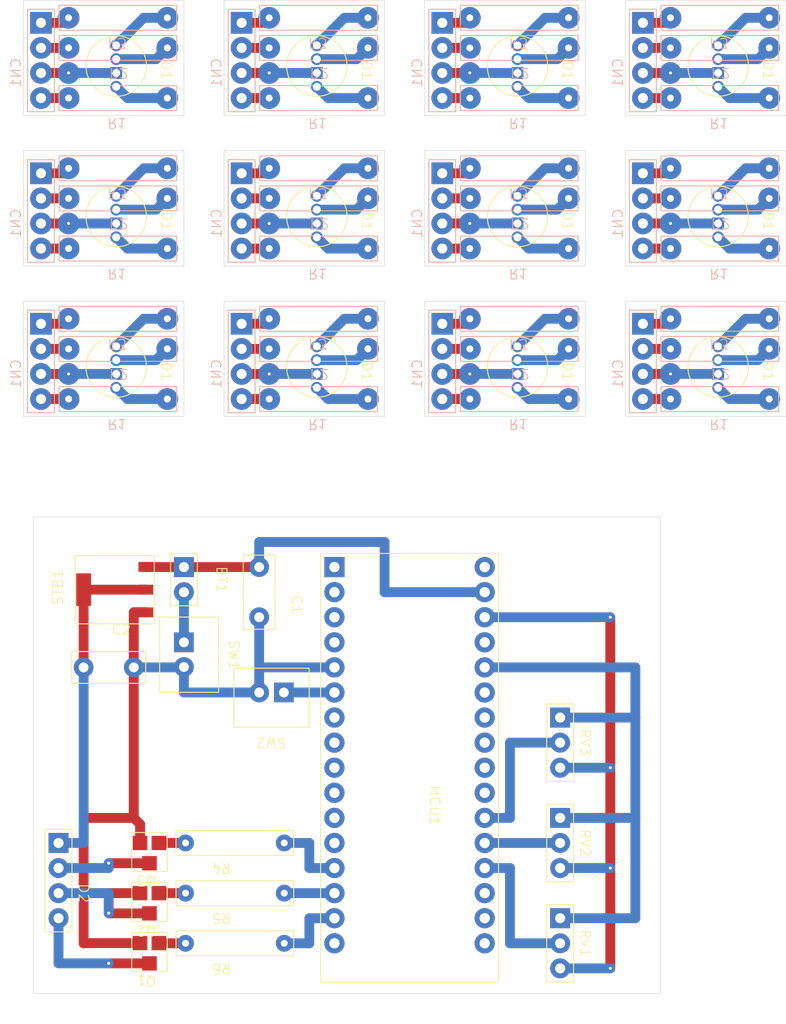
<source format=kicad_pcb>
(kicad_pcb (version 20241229) (generator "pcbnew") (generator_version "9.0")
  (title_block (title "StarLight") (date "2026-02-14") (rev "0") (comment 2 "Vlasov Anton"))
  (layers (0 "F.Cu" signal) (2 "B.Cu" signal) (13 "F.Paste" user) (15 "B.Paste" user) (5 "F.SilkS" user "F.Silkscreen") (7 "B.SilkS" user "B.Silkscreen") (1 "F.Mask" user) (3 "B.Mask" user) (25 "Edge.Cuts" user))
  (net 0 "")
  (net 1 "Net-(BT1-+)")
  (net 2 "Net-(BT1--)")
  (net 3 "Net-(C1-Pad2)")
  (net 4 "Net-(D1-GK)")
  (net 5 "Net-(D1-A)")
  (net 6 "Net-(D1-BK)")
  (net 7 "Net-(D1-RK)")
  (net 8 "Net-(D2-BK)")
  (net 9 "Net-(D2-GK)")
  (net 10 "Net-(D2-RK)")
  (net 14 "Net-(MCU1-PadA0)")
  (net 17 "Net-(MCU1-PadA1)")
  (net 19 "Net-(MCU1-PadD11)")
  (net 28 "Net-(MCU1-PadD10)")
  (net 29 "Net-(MCU1-PadD2)")
  (net 31 "Net-(MCU1-PadA2)")
  (net 34 "Net-(MCU1-PadD9)")
  (net 35 "Net-(CN1-PadRED)")
  (net 36 "Net-(CN1-PadGREEN)")
  (net 37 "Net-(CN1-PadBLUE)")
  (net 38 "Net-(Q3-PadB)")
  (net 39 "Net-(Q2-PadB)")
  (net 40 "Net-(Q1-PadB)")
  (net 41 "Net-(MCU1-Pad5V)")
  (net 45 "Net-(D2-A)")
  (footprint "StarLightLayouts:RGB led" (layer "F.Cu") (at 33.782 58.922 -90)
    (property "Reference" "D1")
    (property "Value" "LED_ABGR")
  )
  (footprint "StarLightLayouts:RGB led" (layer "F.Cu") (at 74.422 58.922 -90)
    (property "Reference" "D1")
    (property "Value" "LED_ABGR")
  )
  (footprint "StarLightLayouts:RGB led" (layer "F.Cu") (at 33.782 43.682 -90)
    (property "Reference" "D1")
    (property "Value" "LED_ABGR")
  )
  (footprint "StarLightLayouts:PLS-2" (layer "F.Cu") (at 40.64 81.28 -90)
    (property "Reference" "BT1")
    (property "Value" "Battery_Cell")
  )
  (footprint "StarLightLayouts:Res THT 0.25W min" (layer "F.Cu") (at 50.8 109.22 180)
    (property "Reference" "R4")
    (property "Value" "R")
  )
  (footprint "StarLightLayouts:PLS-3" (layer "F.Cu") (at 78.74 96.52 -90)
    (property "Reference" "RV3")
    (property "Value" "R_Potentiometer_Trim")
  )
  (footprint "StarLightLayouts:Arduino Nano V3 Type C PBS" (layer "F.Cu") (at 55.88 81.28 -90)
    (property "Reference" "MCU1")
    (property "Value" "Arduino Nano V3")
  )
  (footprint "StarLightLayouts:RGB led" (layer "F.Cu") (at 94.742 43.682 -90)
    (property "Reference" "D1")
    (property "Value" "LED_ABGR")
  )
  (footprint "StarLightLayouts:SOT23" (layer "F.Cu") (at 38.1 109.22 180)
    (property "Reference" "Q3")
    (property "Value" "Q_NPN")
  )
  (footprint "StarLightLayouts:RGB led" (layer "F.Cu") (at 94.742 28.442 -90)
    (property "Reference" "D1")
    (property "Value" "LED_ABGR")
  )
  (footprint "StarLightLayouts:RGB led" (layer "F.Cu") (at 33.782 28.442 -90)
    (property "Reference" "D1")
    (property "Value" "LED_ABGR")
  )
  (footprint "StarLightLayouts:SOT23" (layer "F.Cu") (at 38.1 114.3 180)
    (property "Reference" "Q2")
    (property "Value" "Q_NPN")
  )
  (footprint "StarLightLayouts:SOT-223" (layer "F.Cu") (at 36.78 85.866 90)
    (property "Reference" "STB1")
    (property "Value" "STB")
  )
  (footprint "StarLightLayouts:RGB led" (layer "F.Cu") (at 54.102 28.442 -90)
    (property "Reference" "D1")
    (property "Value" "LED_ABGR")
  )
  (footprint "StarLightLayouts:SOT23" (layer "F.Cu") (at 38.1 119.362 180)
    (property "Reference" "Q1")
    (property "Value" "Q_NPN")
  )
  (footprint "StarLightLayouts:RGB led" (layer "F.Cu") (at 94.742 58.922 -90)
    (property "Reference" "D1")
    (property "Value" "LED_ABGR")
  )
  (footprint "StarLightLayouts:PLS-3" (layer "F.Cu") (at 78.74 106.68 -90)
    (property "Reference" "RV2")
    (property "Value" "R_Potentiometer_Trim")
  )
  (footprint "StarLightLayouts:B2B-XH-A" (layer "F.Cu") (at 40.64 88.9 -90)
    (property "Reference" "SW1")
    (property "Value" "SW")
  )
  (footprint "StarLightLayouts:Ceramic capacitor" (layer "F.Cu") (at 30.48 91.44)
    (property "Reference" "C2")
    (property "Value" "C")
  )
  (footprint "StarLightLayouts:Ceramic capacitor" (layer "F.Cu") (at 48.26 81.28 -90)
    (property "Reference" "C1")
    (property "Value" "C")
  )
  (footprint "StarLightLayouts:RGB led" (layer "F.Cu") (at 74.422 28.442 -90)
    (property "Reference" "D1")
    (property "Value" "LED_ABGR")
  )
  (footprint "StarLightLayouts:PLS-4" (layer "F.Cu") (at 27.94 109.22 -90)
    (property "Reference" "D2")
    (property "Value" "LED_ABGR")
  )
  (footprint "StarLightLayouts:Res THT 0.25W min" (layer "F.Cu") (at 50.8 114.3 180)
    (property "Reference" "R5")
    (property "Value" "R")
  )
  (footprint "StarLightLayouts:RGB led" (layer "F.Cu") (at 54.102 58.922 -90)
    (property "Reference" "D1")
    (property "Value" "LED_ABGR")
  )
  (footprint "StarLightLayouts:Res THT 0.25W min" (layer "F.Cu") (at 50.8 119.38 180)
    (property "Reference" "R6")
    (property "Value" "R")
  )
  (footprint "StarLightLayouts:B2B-XH-A" (layer "F.Cu") (at 50.76 93.98 180)
    (property "Reference" "SW2")
    (property "Value" "SW")
  )
  (footprint "StarLightLayouts:RGB led" (layer "F.Cu") (at 74.422 43.682 -90)
    (property "Reference" "D1")
    (property "Value" "LED_ABGR")
  )
  (footprint "StarLightLayouts:RGB led" (layer "F.Cu") (at 54.102 43.682 -90)
    (property "Reference" "D1")
    (property "Value" "LED_ABGR")
  )
  (footprint "StarLightLayouts:PLS-3" (layer "F.Cu") (at 78.74 116.84 -90)
    (property "Reference" "RV1")
    (property "Value" "R_Potentiometer_Trim")
  )
  (footprint "StarLightLayouts:Res THT 0.25W min" (layer "B.Cu") (at 69.596 40.894)
    (property "Reference" "R3")
    (property "Value" "145 R")
  )
  (footprint "StarLightLayouts:Res THT 0.25W min" (layer "B.Cu") (at 69.596 28.702)
    (property "Reference" "R2")
    (property "Value" "60 R")
  )
  (footprint "StarLightLayouts:Res THT 0.25W min" (layer "B.Cu") (at 89.916 56.134)
    (property "Reference" "R3")
    (property "Value" "145 R")
  )
  (footprint "StarLightLayouts:Res THT 0.25W min" (layer "B.Cu") (at 69.596 56.134)
    (property "Reference" "R3")
    (property "Value" "145 R")
  )
  (footprint "StarLightLayouts:Res THT 0.25W min" (layer "B.Cu") (at 49.276 64.262)
    (property "Reference" "R1")
    (property "Value" "60 R")
  )
  (footprint "StarLightLayouts:Res THT 0.25W min" (layer "B.Cu") (at 69.596 43.942)
    (property "Reference" "R2")
    (property "Value" "60 R")
  )
  (footprint "StarLightLayouts:PLS-4" (layer "B.Cu") (at 46.482 56.642 -90)
    (property "Reference" "CN1")
    (property "Value" "CN" (hide yes))
  )
  (footprint "StarLightLayouts:PLS-4" (layer "B.Cu") (at 87.122 41.402 -90)
    (property "Reference" "CN1")
    (property "Value" "CN" (hide yes))
  )
  (footprint "StarLightLayouts:Res THT 0.25W min" (layer "B.Cu") (at 89.916 25.654)
    (property "Reference" "R3")
    (property "Value" "145 R")
  )
  (footprint "StarLightLayouts:Res THT 0.25W min" (layer "B.Cu") (at 49.276 33.782)
    (property "Reference" "R1")
    (property "Value" "60 R")
  )
  (footprint "StarLightLayouts:Res THT 0.25W min" (layer "B.Cu") (at 49.276 56.134)
    (property "Reference" "R3")
    (property "Value" "145 R")
  )
  (footprint "StarLightLayouts:PLS-4" (layer "B.Cu") (at 87.122 26.162 -90)
    (property "Reference" "CN1")
    (property "Value" "CN" (hide yes))
  )
  (footprint "StarLightLayouts:Res THT 0.25W min" (layer "B.Cu") (at 69.596 49.022)
    (property "Reference" "R1")
    (property "Value" "60 R")
  )
  (footprint "StarLightLayouts:Res THT 0.25W min" (layer "B.Cu") (at 49.276 40.894)
    (property "Reference" "R3")
    (property "Value" "145 R")
  )
  (footprint "StarLightLayouts:Res THT 0.25W min" (layer "B.Cu") (at 49.276 28.702)
    (property "Reference" "R2")
    (property "Value" "60 R")
  )
  (footprint "StarLightLayouts:Res THT 0.25W min" (layer "B.Cu") (at 49.276 49.022)
    (property "Reference" "R1")
    (property "Value" "60 R")
  )
  (footprint "StarLightLayouts:Res THT 0.25W min" (layer "B.Cu") (at 28.956 56.134)
    (property "Reference" "R3")
    (property "Value" "145 R")
  )
  (footprint "StarLightLayouts:PLS-4" (layer "B.Cu") (at 46.482 26.162 -90)
    (property "Reference" "CN1")
    (property "Value" "CN" (hide yes))
  )
  (footprint "StarLightLayouts:PLS-4" (layer "B.Cu") (at 46.482 41.402 -90)
    (property "Reference" "CN1")
    (property "Value" "CN" (hide yes))
  )
  (footprint "StarLightLayouts:Res THT 0.25W min" (layer "B.Cu") (at 69.596 33.782)
    (property "Reference" "R1")
    (property "Value" "60 R")
  )
  (footprint "StarLightLayouts:Res THT 0.25W min" (layer "B.Cu") (at 89.916 40.894)
    (property "Reference" "R3")
    (property "Value" "145 R")
  )
  (footprint "StarLightLayouts:Res THT 0.25W min" (layer "B.Cu") (at 49.276 59.182)
    (property "Reference" "R2")
    (property "Value" "60 R")
  )
  (footprint "StarLightLayouts:PLS-4" (layer "B.Cu") (at 66.802 41.402 -90)
    (property "Reference" "CN1")
    (property "Value" "CN" (hide yes))
  )
  (footprint "StarLightLayouts:PLS-4" (layer "B.Cu") (at 26.162 26.162 -90)
    (property "Reference" "CN1")
    (property "Value" "CN" (hide yes))
  )
  (footprint "StarLightLayouts:Res THT 0.25W min" (layer "B.Cu") (at 28.956 25.654)
    (property "Reference" "R3")
    (property "Value" "R")
  )
  (footprint "StarLightLayouts:Res THT 0.25W min" (layer "B.Cu") (at 28.956 49.022)
    (property "Reference" "R1")
    (property "Value" "60 R")
  )
  (footprint "StarLightLayouts:Res THT 0.25W min" (layer "B.Cu") (at 28.956 33.782)
    (property "Reference" "R1")
    (property "Value" "R")
  )
  (footprint "StarLightLayouts:Res THT 0.25W min" (layer "B.Cu") (at 89.916 64.262)
    (property "Reference" "R1")
    (property "Value" "60 R")
  )
  (footprint "StarLightLayouts:Res THT 0.25W min" (layer "B.Cu") (at 28.956 59.182)
    (property "Reference" "R2")
    (property "Value" "60 R")
  )
  (footprint "StarLightLayouts:Res THT 0.25W min" (layer "B.Cu") (at 49.276 43.942)
    (property "Reference" "R2")
    (property "Value" "60 R")
  )
  (footprint "StarLightLayouts:Res THT 0.25W min" (layer "B.Cu") (at 69.596 59.182)
    (property "Reference" "R2")
    (property "Value" "60 R")
  )
  (footprint "StarLightLayouts:Res THT 0.25W min" (layer "B.Cu") (at 28.956 43.942)
    (property "Reference" "R2")
    (property "Value" "60 R")
  )
  (footprint "StarLightLayouts:Res THT 0.25W min" (layer "B.Cu") (at 89.916 28.702)
    (property "Reference" "R2")
    (property "Value" "60 R")
  )
  (footprint "StarLightLayouts:PLS-4" (layer "B.Cu") (at 26.162 41.402 -90)
    (property "Reference" "CN1")
    (property "Value" "CN" (hide yes))
  )
  (footprint "StarLightLayouts:PLS-4" (layer "B.Cu") (at 87.122 56.642 -90)
    (property "Reference" "CN1")
    (property "Value" "CN" (hide yes))
  )
  (footprint "StarLightLayouts:Res THT 0.25W min" (layer "B.Cu") (at 28.956 28.702)
    (property "Reference" "R2")
    (property "Value" "R")
  )
  (footprint "StarLightLayouts:Res THT 0.25W min" (layer "B.Cu") (at 89.916 43.942)
    (property "Reference" "R2")
    (property "Value" "60 R")
  )
  (footprint "StarLightLayouts:PLS-4" (layer "B.Cu") (at 26.162 56.642 -90)
    (property "Reference" "CN1")
    (property "Value" "CN" (hide yes))
  )
  (footprint "StarLightLayouts:Res THT 0.25W min" (layer "B.Cu") (at 89.916 59.182)
    (property "Reference" "R2")
    (property "Value" "60 R")
  )
  (footprint "StarLightLayouts:Res THT 0.25W min" (layer "B.Cu") (at 28.956 64.262)
    (property "Reference" "R1")
    (property "Value" "60 R")
  )
  (footprint "StarLightLayouts:Res THT 0.25W min" (layer "B.Cu") (at 49.276 25.654)
    (property "Reference" "R3")
    (property "Value" "145 R")
  )
  (footprint "StarLightLayouts:PLS-4" (layer "B.Cu") (at 66.802 26.162 -90)
    (property "Reference" "CN1")
    (property "Value" "CN" (hide yes))
  )
  (footprint "StarLightLayouts:Res THT 0.25W min" (layer "B.Cu") (at 69.596 25.654)
    (property "Reference" "R3")
    (property "Value" "145 R")
  )
  (footprint "StarLightLayouts:Res THT 0.25W min" (layer "B.Cu") (at 89.916 49.022)
    (property "Reference" "R1")
    (property "Value" "60 R")
  )
  (footprint "StarLightLayouts:Res THT 0.25W min" (layer "B.Cu") (at 69.596 64.262)
    (property "Reference" "R1")
    (property "Value" "60 R")
  )
  (footprint "StarLightLayouts:Res THT 0.25W min" (layer "B.Cu") (at 89.916 33.782)
    (property "Reference" "R1")
    (property "Value" "60 R")
  )
  (footprint "StarLightLayouts:Res THT 0.25W min" (layer "B.Cu") (at 28.956 40.894)
    (property "Reference" "R3")
    (property "Value" "145 R")
  )
  (footprint "StarLightLayouts:PLS-4" (layer "B.Cu") (at 66.802 56.642 -90)
    (property "Reference" "CN1")
    (property "Value" "CN" (hide yes))
  )
  (gr_rect (start 24.384 23.876) (end 40.64 35.56) (stroke (width 0.05)) (fill no) (layer "Edge.Cuts"))
  (gr_rect (start 24.384 54.356) (end 40.64 66.04) (stroke (width 0.05)) (fill no) (layer "Edge.Cuts"))
  (gr_rect (start 85.344 39.116) (end 101.6 50.8) (stroke (width 0.05)) (fill no) (layer "Edge.Cuts"))
  (gr_rect (start 44.704 54.356) (end 60.96 66.04) (stroke (width 0.05)) (fill no) (layer "Edge.Cuts"))
  (gr_rect (start 65.024 23.876) (end 81.28 35.56) (stroke (width 0.05)) (fill no) (layer "Edge.Cuts"))
  (gr_rect (start 65.024 54.356) (end 81.28 66.04) (stroke (width 0.05)) (fill no) (layer "Edge.Cuts"))
  (gr_rect (start 25.4 76.2) (end 88.9 124.46) (stroke (width 0.05)) (fill no) (layer "Edge.Cuts"))
  (gr_rect (start 85.344 23.876) (end 101.6 35.56) (stroke (width 0.05)) (fill no) (layer "Edge.Cuts"))
  (gr_rect (start 85.344 54.356) (end 101.6 66.04) (stroke (width 0.05)) (fill no) (layer "Edge.Cuts"))
  (gr_rect (start 44.704 39.116) (end 60.96 50.8) (stroke (width 0.05)) (fill no) (layer "Edge.Cuts"))
  (gr_rect (start 65.024 39.116) (end 81.28 50.8) (stroke (width 0.05)) (fill no) (layer "Edge.Cuts"))
  (gr_rect (start 24.384 39.116) (end 40.64 50.8) (stroke (width 0.05)) (fill no) (layer "Edge.Cuts"))
  (gr_rect (start 44.704 23.876) (end 60.96 35.56) (stroke (width 0.05)) (fill no) (layer "Edge.Cuts"))
  (segment (start 40.64 81.28) (end 36.794 81.28) (width 1) (layer "F.Cu") (net 1))
  (segment (start 48.26 81.28) (end 40.64 81.28) (width 1) (layer "F.Cu") (net 1))
  (segment (start 36.794 81.28) (end 36.78 81.266) (width 1) (layer "F.Cu") (net 1))
  (segment (start 60.96 83.82) (end 60.96 78.74) (width 1) (layer "B.Cu") (net 1))
  (segment (start 48.26 78.74) (end 48.26 81.28) (width 1) (layer "B.Cu") (net 1))
  (segment (start 60.96 78.74) (end 48.26 78.74) (width 1) (layer "B.Cu") (net 1))
  (segment (start 71.1 83.82) (end 60.96 83.82) (width 1) (layer "B.Cu") (net 1))
  (segment (start 40.64 83.82) (end 40.64 88.9) (width 1) (layer "B.Cu") (net 2))
  (segment (start 35.56 91.44) (end 35.56 106.68) (width 1) (layer "F.Cu") (net 3))
  (segment (start 30.48 119.38) (end 30.48 114.3) (width 1) (layer "F.Cu") (net 3))
  (segment (start 35.56 85.852) (end 36.766 85.852) (width 1) (layer "F.Cu") (net 3))
  (segment (start 83.82 86.36) (end 83.82 101.6) (width 1) (layer "F.Cu") (net 3))
  (segment (start 36.2 114.3) (end 30.48 114.3) (width 1) (layer "F.Cu") (net 3))
  (segment (start 83.82 111.76) (end 83.82 121.92) (width 1) (layer "F.Cu") (net 3))
  (segment (start 83.82 101.6) (end 83.82 111.76) (width 1) (layer "F.Cu") (net 3))
  (segment (start 30.48 106.68) (end 35.56 106.68) (width 1) (layer "F.Cu") (net 3))
  (segment (start 36.2 119.362) (end 30.498 119.362) (width 1) (layer "F.Cu") (net 3))
  (segment (start 36.766 85.852) (end 36.78 85.866) (width 1) (layer "F.Cu") (net 3))
  (segment (start 35.56 91.44) (end 35.56 85.852) (width 1) (layer "F.Cu") (net 3))
  (segment (start 30.48 114.3) (end 30.48 106.68) (width 1) (layer "F.Cu") (net 3))
  (segment (start 30.498 119.362) (end 30.48 119.38) (width 1) (layer "F.Cu") (net 3))
  (segment (start 36.2 107.32) (end 36.2 109.22) (width 1) (layer "F.Cu") (net 3))
  (segment (start 35.56 106.68) (end 36.2 107.32) (width 1) (layer "F.Cu") (net 3))
  (via (at 83.82 86.36) (size 0.6) (drill 0.3) (layers "F.Cu" "B.Cu") (net 3))
  (via (at 83.82 121.92) (size 0.6) (drill 0.3) (layers "F.Cu" "B.Cu") (net 3))
  (via (at 83.82 111.76) (size 0.6) (drill 0.3) (layers "F.Cu" "B.Cu") (net 3))
  (via (at 83.82 101.6) (size 0.6) (drill 0.3) (layers "F.Cu" "B.Cu") (net 3))
  (segment (start 35.56 91.44) (end 40.6 91.44) (width 1) (layer "B.Cu") (net 3))
  (segment (start 40.6 91.44) (end 40.64 91.4) (width 1) (layer "B.Cu") (net 3))
  (segment (start 71.1 86.36) (end 83.82 86.36) (width 1) (layer "B.Cu") (net 3))
  (segment (start 40.64 91.4) (end 40.64 93.98) (width 1) (layer "B.Cu") (net 3))
  (segment (start 78.74 101.6) (end 83.82 101.6) (width 1) (layer "B.Cu") (net 3))
  (segment (start 83.82 111.76) (end 78.74 111.76) (width 1) (layer "B.Cu") (net 3))
  (segment (start 48.26 91.44) (end 48.26 93.98) (width 1) (layer "B.Cu") (net 3))
  (segment (start 55.88 91.44) (end 48.26 91.44) (width 1) (layer "B.Cu") (net 3))
  (segment (start 40.64 93.98) (end 48.26 93.98) (width 1) (layer "B.Cu") (net 3))
  (segment (start 83.82 121.92) (end 78.74 121.92) (width 1) (layer "B.Cu") (net 3))
  (segment (start 48.26 86.36) (end 48.26 91.44) (width 1) (layer "B.Cu") (net 3))
  (segment (start 78.456 60.322) (end 74.422 60.322) (width 1) (layer "B.Cu") (net 4))
  (segment (start 79.596 59.182) (end 78.456 60.322) (width 1) (layer "B.Cu") (net 4))
  (segment (start 38.956 59.182) (end 37.816 60.322) (width 1) (layer "B.Cu") (net 4))
  (segment (start 79.596 43.942) (end 78.456 45.082) (width 1) (layer "B.Cu") (net 4))
  (segment (start 79.596 28.702) (end 78.456 29.842) (width 1) (layer "B.Cu") (net 4))
  (segment (start 59.276 28.702) (end 58.136 29.842) (width 1) (layer "B.Cu") (net 4))
  (segment (start 38.956 43.942) (end 37.816 45.082) (width 1) (layer "B.Cu") (net 4))
  (segment (start 99.916 43.942) (end 98.776 45.082) (width 1) (layer "B.Cu") (net 4))
  (segment (start 37.816 60.322) (end 33.782 60.322) (width 1) (layer "B.Cu") (net 4))
  (segment (start 58.136 45.082) (end 54.102 45.082) (width 1) (layer "B.Cu") (net 4))
  (segment (start 98.776 45.082) (end 94.742 45.082) (width 1) (layer "B.Cu") (net 4))
  (segment (start 98.776 29.842) (end 94.742 29.842) (width 1) (layer "B.Cu") (net 4))
  (segment (start 58.136 60.322) (end 54.102 60.322) (width 1) (layer "B.Cu") (net 4))
  (segment (start 59.276 43.942) (end 58.136 45.082) (width 1) (layer "B.Cu") (net 4))
  (segment (start 99.916 28.702) (end 98.776 29.842) (width 1) (layer "B.Cu") (net 4))
  (segment (start 38.956 28.702) (end 37.816 29.842) (width 1) (layer "B.Cu") (net 4))
  (segment (start 98.776 60.322) (end 94.742 60.322) (width 1) (layer "B.Cu") (net 4))
  (segment (start 99.916 59.182) (end 98.776 60.322) (width 1) (layer "B.Cu") (net 4))
  (segment (start 59.276 59.182) (end 58.136 60.322) (width 1) (layer "B.Cu") (net 4))
  (segment (start 78.456 29.842) (end 74.422 29.842) (width 1) (layer "B.Cu") (net 4))
  (segment (start 78.456 45.082) (end 74.422 45.082) (width 1) (layer "B.Cu") (net 4))
  (segment (start 37.816 45.082) (end 33.782 45.082) (width 1) (layer "B.Cu") (net 4))
  (segment (start 37.816 29.842) (end 33.782 29.842) (width 1) (layer "B.Cu") (net 4))
  (segment (start 58.136 29.842) (end 54.102 29.842) (width 1) (layer "B.Cu") (net 4))
  (segment (start 28.956 31.242) (end 26.162 31.242) (width 1) (layer "F.Cu") (net 5))
  (segment (start 69.596 31.242) (end 66.802 31.242) (width 1) (layer "F.Cu") (net 5))
  (segment (start 49.276 61.722) (end 46.482 61.722) (width 1) (layer "F.Cu") (net 5))
  (segment (start 89.916 46.482) (end 87.122 46.482) (width 1) (layer "F.Cu") (net 5))
  (segment (start 28.956 61.722) (end 26.162 61.722) (width 1) (layer "F.Cu") (net 5))
  (segment (start 89.916 31.242) (end 87.122 31.242) (width 1) (layer "F.Cu") (net 5))
  (segment (start 28.956 46.482) (end 26.162 46.482) (width 1) (layer "F.Cu") (net 5))
  (segment (start 49.276 31.242) (end 46.482 31.242) (width 1) (layer "F.Cu") (net 5))
  (segment (start 49.276 46.482) (end 46.482 46.482) (width 1) (layer "F.Cu") (net 5))
  (segment (start 69.596 46.482) (end 66.802 46.482) (width 1) (layer "F.Cu") (net 5))
  (segment (start 69.596 61.722) (end 66.802 61.722) (width 1) (layer "F.Cu") (net 5))
  (segment (start 89.916 61.722) (end 87.122 61.722) (width 1) (layer "F.Cu") (net 5))
  (via (at 49.276 61.722) (size 2.2) (drill 0.3) (layers "F.Cu" "B.Cu") (net 5))
  (via (at 28.956 31.242) (size 2.2) (drill 0.3) (layers "F.Cu" "B.Cu") (net 5))
  (via (at 28.956 46.482) (size 2.2) (drill 0.3) (layers "F.Cu" "B.Cu") (net 5))
  (via (at 49.276 31.242) (size 2.2) (drill 0.3) (layers "F.Cu" "B.Cu") (net 5))
  (via (at 69.596 31.242) (size 2.2) (drill 0.3) (layers "F.Cu" "B.Cu") (net 5))
  (via (at 89.916 46.482) (size 2.2) (drill 0.3) (layers "F.Cu" "B.Cu") (net 5))
  (via (at 69.596 46.482) (size 2.2) (drill 0.3) (layers "F.Cu" "B.Cu") (net 5))
  (via (at 89.916 61.722) (size 2.2) (drill 0.3) (layers "F.Cu" "B.Cu") (net 5))
  (via (at 28.956 61.722) (size 2.2) (drill 0.3) (layers "F.Cu" "B.Cu") (net 5))
  (via (at 89.916 31.242) (size 2.2) (drill 0.3) (layers "F.Cu" "B.Cu") (net 5))
  (via (at 69.596 61.722) (size 2.2) (drill 0.3) (layers "F.Cu" "B.Cu") (net 5))
  (via (at 49.276 46.482) (size 2.2) (drill 0.3) (layers "F.Cu" "B.Cu") (net 5))
  (segment (start 33.782 46.482) (end 28.956 46.482) (width 1) (layer "B.Cu") (net 5))
  (segment (start 94.742 46.482) (end 89.916 46.482) (width 1) (layer "B.Cu") (net 5))
  (segment (start 54.102 61.722) (end 49.276 61.722) (width 1) (layer "B.Cu") (net 5))
  (segment (start 54.102 31.242) (end 49.276 31.242) (width 1) (layer "B.Cu") (net 5))
  (segment (start 33.782 31.242) (end 28.956 31.242) (width 1) (layer "B.Cu") (net 5))
  (segment (start 54.102 46.482) (end 49.276 46.482) (width 1) (layer "B.Cu") (net 5))
  (segment (start 94.742 31.242) (end 89.916 31.242) (width 1) (layer "B.Cu") (net 5))
  (segment (start 74.422 31.242) (end 69.596 31.242) (width 1) (layer "B.Cu") (net 5))
  (segment (start 74.422 61.722) (end 69.596 61.722) (width 1) (layer "B.Cu") (net 5))
  (segment (start 94.742 61.722) (end 89.916 61.722) (width 1) (layer "B.Cu") (net 5))
  (segment (start 33.782 61.722) (end 28.956 61.722) (width 1) (layer "B.Cu") (net 5))
  (segment (start 74.422 46.482) (end 69.596 46.482) (width 1) (layer "B.Cu") (net 5))
  (segment (start 36.57 25.654) (end 33.782 28.442) (width 1) (layer "B.Cu") (net 6))
  (segment (start 79.596 56.134) (end 77.21 56.134) (width 1) (layer "B.Cu") (net 6))
  (segment (start 79.596 40.894) (end 77.21 40.894) (width 1) (layer "B.Cu") (net 6))
  (segment (start 38.956 40.894) (end 36.57 40.894) (width 1) (layer "B.Cu") (net 6))
  (segment (start 56.89 40.894) (end 54.102 43.682) (width 1) (layer "B.Cu") (net 6))
  (segment (start 99.916 56.134) (end 97.53 56.134) (width 1) (layer "B.Cu") (net 6))
  (segment (start 59.276 56.134) (end 56.89 56.134) (width 1) (layer "B.Cu") (net 6))
  (segment (start 59.276 40.894) (end 56.89 40.894) (width 1) (layer "B.Cu") (net 6))
  (segment (start 99.916 25.654) (end 97.53 25.654) (width 1) (layer "B.Cu") (net 6))
  (segment (start 77.21 40.894) (end 74.422 43.682) (width 1) (layer "B.Cu") (net 6))
  (segment (start 77.21 56.134) (end 74.422 58.922) (width 1) (layer "B.Cu") (net 6))
  (segment (start 36.57 40.894) (end 33.782 43.682) (width 1) (layer "B.Cu") (net 6))
  (segment (start 97.53 25.654) (end 94.742 28.442) (width 1) (layer "B.Cu") (net 6))
  (segment (start 59.276 25.654) (end 56.89 25.654) (width 1) (layer "B.Cu") (net 6))
  (segment (start 36.57 56.134) (end 33.782 58.922) (width 1) (layer "B.Cu") (net 6))
  (segment (start 79.596 25.654) (end 77.21 25.654) (width 1) (layer "B.Cu") (net 6))
  (segment (start 97.53 56.134) (end 94.742 58.922) (width 1) (layer "B.Cu") (net 6))
  (segment (start 38.956 25.654) (end 36.57 25.654) (width 1) (layer "B.Cu") (net 6))
  (segment (start 56.89 25.654) (end 54.102 28.442) (width 1) (layer "B.Cu") (net 6))
  (segment (start 38.956 56.134) (end 36.57 56.134) (width 1) (layer "B.Cu") (net 6))
  (segment (start 56.89 56.134) (end 54.102 58.922) (width 1) (layer "B.Cu") (net 6))
  (segment (start 97.53 40.894) (end 94.742 43.682) (width 1) (layer "B.Cu") (net 6))
  (segment (start 77.21 25.654) (end 74.422 28.442) (width 1) (layer "B.Cu") (net 6))
  (segment (start 99.916 40.894) (end 97.53 40.894) (width 1) (layer "B.Cu") (net 6))
  (segment (start 95.882 33.782) (end 94.742 32.642) (width 1) (layer "B.Cu") (net 7))
  (segment (start 34.922 64.262) (end 33.782 63.122) (width 1) (layer "B.Cu") (net 7))
  (segment (start 55.242 49.022) (end 54.102 47.882) (width 1) (layer "B.Cu") (net 7))
  (segment (start 55.242 33.782) (end 54.102 32.642) (width 1) (layer "B.Cu") (net 7))
  (segment (start 95.882 64.262) (end 94.742 63.122) (width 1) (layer "B.Cu") (net 7))
  (segment (start 59.276 49.022) (end 55.242 49.022) (width 1) (layer "B.Cu") (net 7))
  (segment (start 79.596 49.022) (end 75.562 49.022) (width 1) (layer "B.Cu") (net 7))
  (segment (start 55.242 64.262) (end 54.102 63.122) (width 1) (layer "B.Cu") (net 7))
  (segment (start 95.882 49.022) (end 94.742 47.882) (width 1) (layer "B.Cu") (net 7))
  (segment (start 75.562 49.022) (end 74.422 47.882) (width 1) (layer "B.Cu") (net 7))
  (segment (start 34.922 49.022) (end 33.782 47.882) (width 1) (layer "B.Cu") (net 7))
  (segment (start 99.916 49.022) (end 95.882 49.022) (width 1) (layer "B.Cu") (net 7))
  (segment (start 59.276 64.262) (end 55.242 64.262) (width 1) (layer "B.Cu") (net 7))
  (segment (start 59.276 33.782) (end 55.242 33.782) (width 1) (layer "B.Cu") (net 7))
  (segment (start 99.916 33.782) (end 95.882 33.782) (width 1) (layer "B.Cu") (net 7))
  (segment (start 75.562 64.262) (end 74.422 63.122) (width 1) (layer "B.Cu") (net 7))
  (segment (start 38.956 49.022) (end 34.922 49.022) (width 1) (layer "B.Cu") (net 7))
  (segment (start 34.922 33.782) (end 33.782 32.642) (width 1) (layer "B.Cu") (net 7))
  (segment (start 38.956 33.782) (end 34.922 33.782) (width 1) (layer "B.Cu") (net 7))
  (segment (start 38.956 64.262) (end 34.922 64.262) (width 1) (layer "B.Cu") (net 7))
  (segment (start 79.596 64.262) (end 75.562 64.262) (width 1) (layer "B.Cu") (net 7))
  (segment (start 99.916 64.262) (end 95.882 64.262) (width 1) (layer "B.Cu") (net 7))
  (segment (start 75.562 33.782) (end 74.422 32.642) (width 1) (layer "B.Cu") (net 7))
  (segment (start 79.596 33.782) (end 75.562 33.782) (width 1) (layer "B.Cu") (net 7))
  (segment (start 33.038 111.27) (end 33.02 111.252) (width 1) (layer "F.Cu") (net 8))
  (segment (start 37.15 111.27) (end 33.038 111.27) (width 1) (layer "F.Cu") (net 8))
  (via (at 33.02 111.252) (size 0.6) (drill 0.3) (layers "F.Cu" "B.Cu") (net 8))
  (segment (start 33.02 111.76) (end 27.94 111.76) (width 1) (layer "B.Cu") (net 8))
  (segment (start 33.02 111.252) (end 33.02 111.76) (width 1) (layer "B.Cu") (net 8))
  (segment (start 37.15 116.35) (end 33.038 116.35) (width 1) (layer "F.Cu") (net 9))
  (segment (start 33.038 116.35) (end 33.02 116.332) (width 1) (layer "F.Cu") (net 9))
  (via (at 33.02 116.332) (size 0.6) (drill 0.3) (layers "F.Cu" "B.Cu") (net 9))
  (segment (start 33.02 114.3) (end 27.94 114.3) (width 1) (layer "B.Cu") (net 9))
  (segment (start 33.02 116.332) (end 33.02 114.3) (width 1) (layer "B.Cu") (net 9))
  (segment (start 37.15 121.412) (end 33.02 121.412) (width 1) (layer "F.Cu") (net 10))
  (via (at 33.02 121.412) (size 0.6) (drill 0.3) (layers "F.Cu" "B.Cu") (net 10))
  (segment (start 27.94 121.412) (end 27.94 116.84) (width 1) (layer "B.Cu") (net 10))
  (segment (start 33.02 121.412) (end 27.94 121.412) (width 1) (layer "B.Cu") (net 10))
  (segment (start 73.66 119.38) (end 73.66 111.76) (width 1) (layer "B.Cu") (net 14))
  (segment (start 78.74 119.38) (end 73.66 119.38) (width 1) (layer "B.Cu") (net 14))
  (segment (start 73.66 111.76) (end 71.1 111.76) (width 1) (layer "B.Cu") (net 14))
  (segment (start 78.74 109.22) (end 71.1 109.22) (width 1) (layer "B.Cu") (net 17))
  (segment (start 53.34 116.84) (end 55.88 116.84) (width 1) (layer "B.Cu") (net 19))
  (segment (start 53.34 119.38) (end 53.34 116.84) (width 1) (layer "B.Cu") (net 19))
  (segment (start 50.8 119.38) (end 53.34 119.38) (width 1) (layer "B.Cu") (net 19))
  (segment (start 50.8 114.3) (end 55.88 114.3) (width 1) (layer "B.Cu") (net 28))
  (segment (start 55.88 93.98) (end 50.76 93.98) (width 1) (layer "B.Cu") (net 29))
  (segment (start 73.66 106.68) (end 71.1 106.68) (width 1) (layer "B.Cu") (net 31))
  (segment (start 73.66 99.06) (end 73.66 106.68) (width 1) (layer "B.Cu") (net 31))
  (segment (start 78.74 99.06) (end 73.66 99.06) (width 1) (layer "B.Cu") (net 31))
  (segment (start 53.34 109.22) (end 53.34 111.76) (width 1) (layer "B.Cu") (net 34))
  (segment (start 50.8 109.22) (end 53.34 109.22) (width 1) (layer "B.Cu") (net 34))
  (segment (start 53.34 111.76) (end 55.88 111.76) (width 1) (layer "B.Cu") (net 34))
  (segment (start 26.162 49.022) (end 28.956 49.022) (width 1) (layer "F.Cu") (net 35))
  (segment (start 66.802 33.782) (end 69.596 33.782) (width 1) (layer "F.Cu") (net 35))
  (segment (start 87.122 33.782) (end 89.916 33.782) (width 1) (layer "F.Cu") (net 35))
  (segment (start 26.162 33.782) (end 28.956 33.782) (width 1) (layer "F.Cu") (net 35))
  (segment (start 66.802 49.022) (end 69.596 49.022) (width 1) (layer "F.Cu") (net 35))
  (segment (start 46.482 64.262) (end 49.276 64.262) (width 1) (layer "F.Cu") (net 35))
  (segment (start 46.482 33.782) (end 49.276 33.782) (width 1) (layer "F.Cu") (net 35))
  (segment (start 26.162 64.262) (end 28.956 64.262) (width 1) (layer "F.Cu") (net 35))
  (segment (start 87.122 64.262) (end 89.916 64.262) (width 1) (layer "F.Cu") (net 35))
  (segment (start 87.122 49.022) (end 89.916 49.022) (width 1) (layer "F.Cu") (net 35))
  (segment (start 46.482 49.022) (end 49.276 49.022) (width 1) (layer "F.Cu") (net 35))
  (segment (start 66.802 64.262) (end 69.596 64.262) (width 1) (layer "F.Cu") (net 35))
  (segment (start 66.802 43.942) (end 69.596 43.942) (width 1) (layer "F.Cu") (net 36))
  (segment (start 26.162 28.702) (end 28.956 28.702) (width 1) (layer "F.Cu") (net 36))
  (segment (start 26.162 43.942) (end 28.956 43.942) (width 1) (layer "F.Cu") (net 36))
  (segment (start 87.122 43.942) (end 89.916 43.942) (width 1) (layer "F.Cu") (net 36))
  (segment (start 46.482 43.942) (end 49.276 43.942) (width 1) (layer "F.Cu") (net 36))
  (segment (start 66.802 59.182) (end 69.596 59.182) (width 1) (layer "F.Cu") (net 36))
  (segment (start 87.122 59.182) (end 89.916 59.182) (width 1) (layer "F.Cu") (net 36))
  (segment (start 66.802 28.702) (end 69.596 28.702) (width 1) (layer "F.Cu") (net 36))
  (segment (start 46.482 59.182) (end 49.276 59.182) (width 1) (layer "F.Cu") (net 36))
  (segment (start 26.162 59.182) (end 28.956 59.182) (width 1) (layer "F.Cu") (net 36))
  (segment (start 46.482 28.702) (end 49.276 28.702) (width 1) (layer "F.Cu") (net 36))
  (segment (start 87.122 28.702) (end 89.916 28.702) (width 1) (layer "F.Cu") (net 36))
  (segment (start 89.408 56.642) (end 89.916 56.134) (width 1) (layer "F.Cu") (net 37))
  (segment (start 26.162 26.162) (end 28.448 26.162) (width 1) (layer "F.Cu") (net 37))
  (segment (start 66.802 41.402) (end 69.088 41.402) (width 1) (layer "F.Cu") (net 37))
  (segment (start 26.162 56.642) (end 28.448 56.642) (width 1) (layer "F.Cu") (net 37))
  (segment (start 26.162 41.402) (end 28.448 41.402) (width 1) (layer "F.Cu") (net 37))
  (segment (start 48.768 56.642) (end 49.276 56.134) (width 1) (layer "F.Cu") (net 37))
  (segment (start 87.122 41.402) (end 89.408 41.402) (width 1) (layer "F.Cu") (net 37))
  (segment (start 48.768 26.162) (end 49.276 25.654) (width 1) (layer "F.Cu") (net 37))
  (segment (start 87.122 26.162) (end 89.408 26.162) (width 1) (layer "F.Cu") (net 37))
  (segment (start 69.088 56.642) (end 69.596 56.134) (width 1) (layer "F.Cu") (net 37))
  (segment (start 87.122 56.642) (end 89.408 56.642) (width 1) (layer "F.Cu") (net 37))
  (segment (start 69.088 41.402) (end 69.596 40.894) (width 1) (layer "F.Cu") (net 37))
  (segment (start 48.768 41.402) (end 49.276 40.894) (width 1) (layer "F.Cu") (net 37))
  (segment (start 28.448 41.402) (end 28.956 40.894) (width 1) (layer "F.Cu") (net 37))
  (segment (start 46.482 56.642) (end 48.768 56.642) (width 1) (layer "F.Cu") (net 37))
  (segment (start 28.448 56.642) (end 28.956 56.134) (width 1) (layer "F.Cu") (net 37))
  (segment (start 69.088 26.162) (end 69.596 25.654) (width 1) (layer "F.Cu") (net 37))
  (segment (start 89.408 26.162) (end 89.916 25.654) (width 1) (layer "F.Cu") (net 37))
  (segment (start 66.802 26.162) (end 69.088 26.162) (width 1) (layer "F.Cu") (net 37))
  (segment (start 89.408 41.402) (end 89.916 40.894) (width 1) (layer "F.Cu") (net 37))
  (segment (start 28.448 26.162) (end 28.956 25.654) (width 1) (layer "F.Cu") (net 37))
  (segment (start 46.482 41.402) (end 48.768 41.402) (width 1) (layer "F.Cu") (net 37))
  (segment (start 46.482 26.162) (end 48.768 26.162) (width 1) (layer "F.Cu") (net 37))
  (segment (start 66.802 56.642) (end 69.088 56.642) (width 1) (layer "F.Cu") (net 37))
  (segment (start 40.8 109.22) (end 38.1 109.22) (width 1) (layer "F.Cu") (net 38))
  (segment (start 40.8 114.3) (end 38.1 114.3) (width 1) (layer "F.Cu") (net 39))
  (segment (start 40.8 119.38) (end 38.118 119.38) (width 1) (layer "F.Cu") (net 40))
  (segment (start 38.118 119.38) (end 38.1 119.362) (width 1) (layer "F.Cu") (net 40))
  (segment (start 86.36 116.84) (end 86.36 106.68) (width 1) (layer "B.Cu") (net 41))
  (segment (start 86.36 96.52) (end 78.74 96.52) (width 1) (layer "B.Cu") (net 41))
  (segment (start 86.36 91.44) (end 71.1 91.44) (width 1) (layer "B.Cu") (net 41))
  (segment (start 86.36 106.68) (end 86.36 96.52) (width 1) (layer "B.Cu") (net 41))
  (segment (start 86.36 106.68) (end 78.74 106.68) (width 1) (layer "B.Cu") (net 41))
  (segment (start 86.36 96.52) (end 86.36 91.44) (width 1) (layer "B.Cu") (net 41))
  (segment (start 78.74 116.84) (end 86.36 116.84) (width 1) (layer "B.Cu") (net 41))
  (segment (start 30.48 91.44) (end 30.48 83.566) (width 1) (layer "F.Cu") (net 45))
  (segment (start 36.78 83.566) (end 30.48 83.566) (width 1) (layer "F.Cu") (net 45))
  (segment (start 30.48 109.22) (end 27.94 109.22) (width 1) (layer "B.Cu") (net 45))
  (segment (start 30.48 91.44) (end 30.48 109.22) (width 1) (layer "B.Cu") (net 45))
)
</source>
